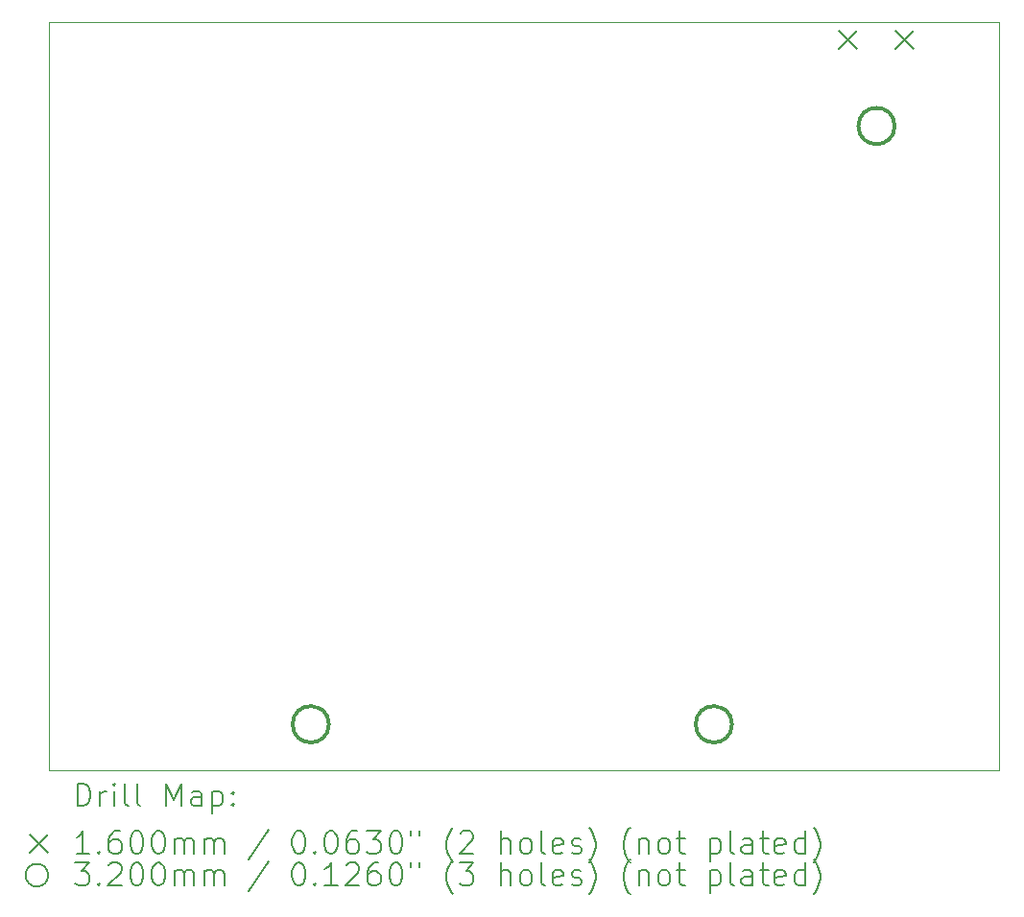
<source format=gbr>
%TF.GenerationSoftware,KiCad,Pcbnew,(6.0.7)*%
%TF.CreationDate,2022-08-13T21:25:03+02:00*%
%TF.ProjectId,SD_interrupter,53445f69-6e74-4657-9272-75707465722e,rev?*%
%TF.SameCoordinates,Original*%
%TF.FileFunction,Drillmap*%
%TF.FilePolarity,Positive*%
%FSLAX45Y45*%
G04 Gerber Fmt 4.5, Leading zero omitted, Abs format (unit mm)*
G04 Created by KiCad (PCBNEW (6.0.7)) date 2022-08-13 21:25:03*
%MOMM*%
%LPD*%
G01*
G04 APERTURE LIST*
%ADD10C,0.100000*%
%ADD11C,0.200000*%
%ADD12C,0.160000*%
%ADD13C,0.320000*%
G04 APERTURE END LIST*
D10*
X2159000Y-2514600D02*
X10541000Y-2514600D01*
X10541000Y-2514600D02*
X10541000Y-9118600D01*
X10541000Y-9118600D02*
X2159000Y-9118600D01*
X2159000Y-9118600D02*
X2159000Y-2514600D01*
D11*
D12*
X9131763Y-2591000D02*
X9291763Y-2751000D01*
X9291763Y-2591000D02*
X9131763Y-2751000D01*
X9631763Y-2591000D02*
X9791763Y-2751000D01*
X9791763Y-2591000D02*
X9631763Y-2751000D01*
D13*
X4630400Y-8712200D02*
G75*
G03*
X4630400Y-8712200I-160000J0D01*
G01*
X8186400Y-8712200D02*
G75*
G03*
X8186400Y-8712200I-160000J0D01*
G01*
X9621763Y-3431000D02*
G75*
G03*
X9621763Y-3431000I-160000J0D01*
G01*
D11*
X2411619Y-9434076D02*
X2411619Y-9234076D01*
X2459238Y-9234076D01*
X2487810Y-9243600D01*
X2506857Y-9262648D01*
X2516381Y-9281695D01*
X2525905Y-9319790D01*
X2525905Y-9348362D01*
X2516381Y-9386457D01*
X2506857Y-9405505D01*
X2487810Y-9424552D01*
X2459238Y-9434076D01*
X2411619Y-9434076D01*
X2611619Y-9434076D02*
X2611619Y-9300743D01*
X2611619Y-9338838D02*
X2621143Y-9319790D01*
X2630667Y-9310267D01*
X2649714Y-9300743D01*
X2668762Y-9300743D01*
X2735429Y-9434076D02*
X2735429Y-9300743D01*
X2735429Y-9234076D02*
X2725905Y-9243600D01*
X2735429Y-9253124D01*
X2744952Y-9243600D01*
X2735429Y-9234076D01*
X2735429Y-9253124D01*
X2859238Y-9434076D02*
X2840190Y-9424552D01*
X2830667Y-9405505D01*
X2830667Y-9234076D01*
X2964000Y-9434076D02*
X2944952Y-9424552D01*
X2935428Y-9405505D01*
X2935428Y-9234076D01*
X3192571Y-9434076D02*
X3192571Y-9234076D01*
X3259238Y-9376933D01*
X3325905Y-9234076D01*
X3325905Y-9434076D01*
X3506857Y-9434076D02*
X3506857Y-9329314D01*
X3497333Y-9310267D01*
X3478286Y-9300743D01*
X3440190Y-9300743D01*
X3421143Y-9310267D01*
X3506857Y-9424552D02*
X3487809Y-9434076D01*
X3440190Y-9434076D01*
X3421143Y-9424552D01*
X3411619Y-9405505D01*
X3411619Y-9386457D01*
X3421143Y-9367410D01*
X3440190Y-9357886D01*
X3487809Y-9357886D01*
X3506857Y-9348362D01*
X3602095Y-9300743D02*
X3602095Y-9500743D01*
X3602095Y-9310267D02*
X3621143Y-9300743D01*
X3659238Y-9300743D01*
X3678286Y-9310267D01*
X3687809Y-9319790D01*
X3697333Y-9338838D01*
X3697333Y-9395981D01*
X3687809Y-9415029D01*
X3678286Y-9424552D01*
X3659238Y-9434076D01*
X3621143Y-9434076D01*
X3602095Y-9424552D01*
X3783048Y-9415029D02*
X3792571Y-9424552D01*
X3783048Y-9434076D01*
X3773524Y-9424552D01*
X3783048Y-9415029D01*
X3783048Y-9434076D01*
X3783048Y-9310267D02*
X3792571Y-9319790D01*
X3783048Y-9329314D01*
X3773524Y-9319790D01*
X3783048Y-9310267D01*
X3783048Y-9329314D01*
D12*
X1994000Y-9683600D02*
X2154000Y-9843600D01*
X2154000Y-9683600D02*
X1994000Y-9843600D01*
D11*
X2516381Y-9854076D02*
X2402095Y-9854076D01*
X2459238Y-9854076D02*
X2459238Y-9654076D01*
X2440190Y-9682648D01*
X2421143Y-9701695D01*
X2402095Y-9711219D01*
X2602095Y-9835029D02*
X2611619Y-9844552D01*
X2602095Y-9854076D01*
X2592571Y-9844552D01*
X2602095Y-9835029D01*
X2602095Y-9854076D01*
X2783048Y-9654076D02*
X2744952Y-9654076D01*
X2725905Y-9663600D01*
X2716381Y-9673124D01*
X2697333Y-9701695D01*
X2687810Y-9739790D01*
X2687810Y-9815981D01*
X2697333Y-9835029D01*
X2706857Y-9844552D01*
X2725905Y-9854076D01*
X2764000Y-9854076D01*
X2783048Y-9844552D01*
X2792571Y-9835029D01*
X2802095Y-9815981D01*
X2802095Y-9768362D01*
X2792571Y-9749314D01*
X2783048Y-9739790D01*
X2764000Y-9730267D01*
X2725905Y-9730267D01*
X2706857Y-9739790D01*
X2697333Y-9749314D01*
X2687810Y-9768362D01*
X2925905Y-9654076D02*
X2944952Y-9654076D01*
X2964000Y-9663600D01*
X2973524Y-9673124D01*
X2983048Y-9692171D01*
X2992571Y-9730267D01*
X2992571Y-9777886D01*
X2983048Y-9815981D01*
X2973524Y-9835029D01*
X2964000Y-9844552D01*
X2944952Y-9854076D01*
X2925905Y-9854076D01*
X2906857Y-9844552D01*
X2897333Y-9835029D01*
X2887809Y-9815981D01*
X2878286Y-9777886D01*
X2878286Y-9730267D01*
X2887809Y-9692171D01*
X2897333Y-9673124D01*
X2906857Y-9663600D01*
X2925905Y-9654076D01*
X3116381Y-9654076D02*
X3135428Y-9654076D01*
X3154476Y-9663600D01*
X3164000Y-9673124D01*
X3173524Y-9692171D01*
X3183048Y-9730267D01*
X3183048Y-9777886D01*
X3173524Y-9815981D01*
X3164000Y-9835029D01*
X3154476Y-9844552D01*
X3135428Y-9854076D01*
X3116381Y-9854076D01*
X3097333Y-9844552D01*
X3087809Y-9835029D01*
X3078286Y-9815981D01*
X3068762Y-9777886D01*
X3068762Y-9730267D01*
X3078286Y-9692171D01*
X3087809Y-9673124D01*
X3097333Y-9663600D01*
X3116381Y-9654076D01*
X3268762Y-9854076D02*
X3268762Y-9720743D01*
X3268762Y-9739790D02*
X3278286Y-9730267D01*
X3297333Y-9720743D01*
X3325905Y-9720743D01*
X3344952Y-9730267D01*
X3354476Y-9749314D01*
X3354476Y-9854076D01*
X3354476Y-9749314D02*
X3364000Y-9730267D01*
X3383048Y-9720743D01*
X3411619Y-9720743D01*
X3430667Y-9730267D01*
X3440190Y-9749314D01*
X3440190Y-9854076D01*
X3535428Y-9854076D02*
X3535428Y-9720743D01*
X3535428Y-9739790D02*
X3544952Y-9730267D01*
X3564000Y-9720743D01*
X3592571Y-9720743D01*
X3611619Y-9730267D01*
X3621143Y-9749314D01*
X3621143Y-9854076D01*
X3621143Y-9749314D02*
X3630667Y-9730267D01*
X3649714Y-9720743D01*
X3678286Y-9720743D01*
X3697333Y-9730267D01*
X3706857Y-9749314D01*
X3706857Y-9854076D01*
X4097333Y-9644552D02*
X3925905Y-9901695D01*
X4354476Y-9654076D02*
X4373524Y-9654076D01*
X4392571Y-9663600D01*
X4402095Y-9673124D01*
X4411619Y-9692171D01*
X4421143Y-9730267D01*
X4421143Y-9777886D01*
X4411619Y-9815981D01*
X4402095Y-9835029D01*
X4392571Y-9844552D01*
X4373524Y-9854076D01*
X4354476Y-9854076D01*
X4335429Y-9844552D01*
X4325905Y-9835029D01*
X4316381Y-9815981D01*
X4306857Y-9777886D01*
X4306857Y-9730267D01*
X4316381Y-9692171D01*
X4325905Y-9673124D01*
X4335429Y-9663600D01*
X4354476Y-9654076D01*
X4506857Y-9835029D02*
X4516381Y-9844552D01*
X4506857Y-9854076D01*
X4497333Y-9844552D01*
X4506857Y-9835029D01*
X4506857Y-9854076D01*
X4640190Y-9654076D02*
X4659238Y-9654076D01*
X4678286Y-9663600D01*
X4687810Y-9673124D01*
X4697333Y-9692171D01*
X4706857Y-9730267D01*
X4706857Y-9777886D01*
X4697333Y-9815981D01*
X4687810Y-9835029D01*
X4678286Y-9844552D01*
X4659238Y-9854076D01*
X4640190Y-9854076D01*
X4621143Y-9844552D01*
X4611619Y-9835029D01*
X4602095Y-9815981D01*
X4592571Y-9777886D01*
X4592571Y-9730267D01*
X4602095Y-9692171D01*
X4611619Y-9673124D01*
X4621143Y-9663600D01*
X4640190Y-9654076D01*
X4878286Y-9654076D02*
X4840190Y-9654076D01*
X4821143Y-9663600D01*
X4811619Y-9673124D01*
X4792571Y-9701695D01*
X4783048Y-9739790D01*
X4783048Y-9815981D01*
X4792571Y-9835029D01*
X4802095Y-9844552D01*
X4821143Y-9854076D01*
X4859238Y-9854076D01*
X4878286Y-9844552D01*
X4887810Y-9835029D01*
X4897333Y-9815981D01*
X4897333Y-9768362D01*
X4887810Y-9749314D01*
X4878286Y-9739790D01*
X4859238Y-9730267D01*
X4821143Y-9730267D01*
X4802095Y-9739790D01*
X4792571Y-9749314D01*
X4783048Y-9768362D01*
X4964000Y-9654076D02*
X5087810Y-9654076D01*
X5021143Y-9730267D01*
X5049714Y-9730267D01*
X5068762Y-9739790D01*
X5078286Y-9749314D01*
X5087810Y-9768362D01*
X5087810Y-9815981D01*
X5078286Y-9835029D01*
X5068762Y-9844552D01*
X5049714Y-9854076D01*
X4992571Y-9854076D01*
X4973524Y-9844552D01*
X4964000Y-9835029D01*
X5211619Y-9654076D02*
X5230667Y-9654076D01*
X5249714Y-9663600D01*
X5259238Y-9673124D01*
X5268762Y-9692171D01*
X5278286Y-9730267D01*
X5278286Y-9777886D01*
X5268762Y-9815981D01*
X5259238Y-9835029D01*
X5249714Y-9844552D01*
X5230667Y-9854076D01*
X5211619Y-9854076D01*
X5192571Y-9844552D01*
X5183048Y-9835029D01*
X5173524Y-9815981D01*
X5164000Y-9777886D01*
X5164000Y-9730267D01*
X5173524Y-9692171D01*
X5183048Y-9673124D01*
X5192571Y-9663600D01*
X5211619Y-9654076D01*
X5354476Y-9654076D02*
X5354476Y-9692171D01*
X5430667Y-9654076D02*
X5430667Y-9692171D01*
X5725905Y-9930267D02*
X5716381Y-9920743D01*
X5697333Y-9892171D01*
X5687809Y-9873124D01*
X5678286Y-9844552D01*
X5668762Y-9796933D01*
X5668762Y-9758838D01*
X5678286Y-9711219D01*
X5687809Y-9682648D01*
X5697333Y-9663600D01*
X5716381Y-9635029D01*
X5725905Y-9625505D01*
X5792571Y-9673124D02*
X5802095Y-9663600D01*
X5821143Y-9654076D01*
X5868762Y-9654076D01*
X5887809Y-9663600D01*
X5897333Y-9673124D01*
X5906857Y-9692171D01*
X5906857Y-9711219D01*
X5897333Y-9739790D01*
X5783048Y-9854076D01*
X5906857Y-9854076D01*
X6144952Y-9854076D02*
X6144952Y-9654076D01*
X6230667Y-9854076D02*
X6230667Y-9749314D01*
X6221143Y-9730267D01*
X6202095Y-9720743D01*
X6173524Y-9720743D01*
X6154476Y-9730267D01*
X6144952Y-9739790D01*
X6354476Y-9854076D02*
X6335428Y-9844552D01*
X6325905Y-9835029D01*
X6316381Y-9815981D01*
X6316381Y-9758838D01*
X6325905Y-9739790D01*
X6335428Y-9730267D01*
X6354476Y-9720743D01*
X6383048Y-9720743D01*
X6402095Y-9730267D01*
X6411619Y-9739790D01*
X6421143Y-9758838D01*
X6421143Y-9815981D01*
X6411619Y-9835029D01*
X6402095Y-9844552D01*
X6383048Y-9854076D01*
X6354476Y-9854076D01*
X6535428Y-9854076D02*
X6516381Y-9844552D01*
X6506857Y-9825505D01*
X6506857Y-9654076D01*
X6687809Y-9844552D02*
X6668762Y-9854076D01*
X6630667Y-9854076D01*
X6611619Y-9844552D01*
X6602095Y-9825505D01*
X6602095Y-9749314D01*
X6611619Y-9730267D01*
X6630667Y-9720743D01*
X6668762Y-9720743D01*
X6687809Y-9730267D01*
X6697333Y-9749314D01*
X6697333Y-9768362D01*
X6602095Y-9787410D01*
X6773524Y-9844552D02*
X6792571Y-9854076D01*
X6830667Y-9854076D01*
X6849714Y-9844552D01*
X6859238Y-9825505D01*
X6859238Y-9815981D01*
X6849714Y-9796933D01*
X6830667Y-9787410D01*
X6802095Y-9787410D01*
X6783048Y-9777886D01*
X6773524Y-9758838D01*
X6773524Y-9749314D01*
X6783048Y-9730267D01*
X6802095Y-9720743D01*
X6830667Y-9720743D01*
X6849714Y-9730267D01*
X6925905Y-9930267D02*
X6935428Y-9920743D01*
X6954476Y-9892171D01*
X6964000Y-9873124D01*
X6973524Y-9844552D01*
X6983048Y-9796933D01*
X6983048Y-9758838D01*
X6973524Y-9711219D01*
X6964000Y-9682648D01*
X6954476Y-9663600D01*
X6935428Y-9635029D01*
X6925905Y-9625505D01*
X7287809Y-9930267D02*
X7278286Y-9920743D01*
X7259238Y-9892171D01*
X7249714Y-9873124D01*
X7240190Y-9844552D01*
X7230667Y-9796933D01*
X7230667Y-9758838D01*
X7240190Y-9711219D01*
X7249714Y-9682648D01*
X7259238Y-9663600D01*
X7278286Y-9635029D01*
X7287809Y-9625505D01*
X7364000Y-9720743D02*
X7364000Y-9854076D01*
X7364000Y-9739790D02*
X7373524Y-9730267D01*
X7392571Y-9720743D01*
X7421143Y-9720743D01*
X7440190Y-9730267D01*
X7449714Y-9749314D01*
X7449714Y-9854076D01*
X7573524Y-9854076D02*
X7554476Y-9844552D01*
X7544952Y-9835029D01*
X7535428Y-9815981D01*
X7535428Y-9758838D01*
X7544952Y-9739790D01*
X7554476Y-9730267D01*
X7573524Y-9720743D01*
X7602095Y-9720743D01*
X7621143Y-9730267D01*
X7630667Y-9739790D01*
X7640190Y-9758838D01*
X7640190Y-9815981D01*
X7630667Y-9835029D01*
X7621143Y-9844552D01*
X7602095Y-9854076D01*
X7573524Y-9854076D01*
X7697333Y-9720743D02*
X7773524Y-9720743D01*
X7725905Y-9654076D02*
X7725905Y-9825505D01*
X7735428Y-9844552D01*
X7754476Y-9854076D01*
X7773524Y-9854076D01*
X7992571Y-9720743D02*
X7992571Y-9920743D01*
X7992571Y-9730267D02*
X8011619Y-9720743D01*
X8049714Y-9720743D01*
X8068762Y-9730267D01*
X8078286Y-9739790D01*
X8087809Y-9758838D01*
X8087809Y-9815981D01*
X8078286Y-9835029D01*
X8068762Y-9844552D01*
X8049714Y-9854076D01*
X8011619Y-9854076D01*
X7992571Y-9844552D01*
X8202095Y-9854076D02*
X8183048Y-9844552D01*
X8173524Y-9825505D01*
X8173524Y-9654076D01*
X8364000Y-9854076D02*
X8364000Y-9749314D01*
X8354476Y-9730267D01*
X8335428Y-9720743D01*
X8297333Y-9720743D01*
X8278286Y-9730267D01*
X8364000Y-9844552D02*
X8344952Y-9854076D01*
X8297333Y-9854076D01*
X8278286Y-9844552D01*
X8268762Y-9825505D01*
X8268762Y-9806457D01*
X8278286Y-9787410D01*
X8297333Y-9777886D01*
X8344952Y-9777886D01*
X8364000Y-9768362D01*
X8430667Y-9720743D02*
X8506857Y-9720743D01*
X8459238Y-9654076D02*
X8459238Y-9825505D01*
X8468762Y-9844552D01*
X8487810Y-9854076D01*
X8506857Y-9854076D01*
X8649714Y-9844552D02*
X8630667Y-9854076D01*
X8592571Y-9854076D01*
X8573524Y-9844552D01*
X8564000Y-9825505D01*
X8564000Y-9749314D01*
X8573524Y-9730267D01*
X8592571Y-9720743D01*
X8630667Y-9720743D01*
X8649714Y-9730267D01*
X8659238Y-9749314D01*
X8659238Y-9768362D01*
X8564000Y-9787410D01*
X8830667Y-9854076D02*
X8830667Y-9654076D01*
X8830667Y-9844552D02*
X8811619Y-9854076D01*
X8773524Y-9854076D01*
X8754476Y-9844552D01*
X8744952Y-9835029D01*
X8735429Y-9815981D01*
X8735429Y-9758838D01*
X8744952Y-9739790D01*
X8754476Y-9730267D01*
X8773524Y-9720743D01*
X8811619Y-9720743D01*
X8830667Y-9730267D01*
X8906857Y-9930267D02*
X8916381Y-9920743D01*
X8935429Y-9892171D01*
X8944952Y-9873124D01*
X8954476Y-9844552D01*
X8964000Y-9796933D01*
X8964000Y-9758838D01*
X8954476Y-9711219D01*
X8944952Y-9682648D01*
X8935429Y-9663600D01*
X8916381Y-9635029D01*
X8906857Y-9625505D01*
X2154000Y-10043600D02*
G75*
G03*
X2154000Y-10043600I-100000J0D01*
G01*
X2392571Y-9934076D02*
X2516381Y-9934076D01*
X2449714Y-10010267D01*
X2478286Y-10010267D01*
X2497333Y-10019790D01*
X2506857Y-10029314D01*
X2516381Y-10048362D01*
X2516381Y-10095981D01*
X2506857Y-10115029D01*
X2497333Y-10124552D01*
X2478286Y-10134076D01*
X2421143Y-10134076D01*
X2402095Y-10124552D01*
X2392571Y-10115029D01*
X2602095Y-10115029D02*
X2611619Y-10124552D01*
X2602095Y-10134076D01*
X2592571Y-10124552D01*
X2602095Y-10115029D01*
X2602095Y-10134076D01*
X2687810Y-9953124D02*
X2697333Y-9943600D01*
X2716381Y-9934076D01*
X2764000Y-9934076D01*
X2783048Y-9943600D01*
X2792571Y-9953124D01*
X2802095Y-9972171D01*
X2802095Y-9991219D01*
X2792571Y-10019790D01*
X2678286Y-10134076D01*
X2802095Y-10134076D01*
X2925905Y-9934076D02*
X2944952Y-9934076D01*
X2964000Y-9943600D01*
X2973524Y-9953124D01*
X2983048Y-9972171D01*
X2992571Y-10010267D01*
X2992571Y-10057886D01*
X2983048Y-10095981D01*
X2973524Y-10115029D01*
X2964000Y-10124552D01*
X2944952Y-10134076D01*
X2925905Y-10134076D01*
X2906857Y-10124552D01*
X2897333Y-10115029D01*
X2887809Y-10095981D01*
X2878286Y-10057886D01*
X2878286Y-10010267D01*
X2887809Y-9972171D01*
X2897333Y-9953124D01*
X2906857Y-9943600D01*
X2925905Y-9934076D01*
X3116381Y-9934076D02*
X3135428Y-9934076D01*
X3154476Y-9943600D01*
X3164000Y-9953124D01*
X3173524Y-9972171D01*
X3183048Y-10010267D01*
X3183048Y-10057886D01*
X3173524Y-10095981D01*
X3164000Y-10115029D01*
X3154476Y-10124552D01*
X3135428Y-10134076D01*
X3116381Y-10134076D01*
X3097333Y-10124552D01*
X3087809Y-10115029D01*
X3078286Y-10095981D01*
X3068762Y-10057886D01*
X3068762Y-10010267D01*
X3078286Y-9972171D01*
X3087809Y-9953124D01*
X3097333Y-9943600D01*
X3116381Y-9934076D01*
X3268762Y-10134076D02*
X3268762Y-10000743D01*
X3268762Y-10019790D02*
X3278286Y-10010267D01*
X3297333Y-10000743D01*
X3325905Y-10000743D01*
X3344952Y-10010267D01*
X3354476Y-10029314D01*
X3354476Y-10134076D01*
X3354476Y-10029314D02*
X3364000Y-10010267D01*
X3383048Y-10000743D01*
X3411619Y-10000743D01*
X3430667Y-10010267D01*
X3440190Y-10029314D01*
X3440190Y-10134076D01*
X3535428Y-10134076D02*
X3535428Y-10000743D01*
X3535428Y-10019790D02*
X3544952Y-10010267D01*
X3564000Y-10000743D01*
X3592571Y-10000743D01*
X3611619Y-10010267D01*
X3621143Y-10029314D01*
X3621143Y-10134076D01*
X3621143Y-10029314D02*
X3630667Y-10010267D01*
X3649714Y-10000743D01*
X3678286Y-10000743D01*
X3697333Y-10010267D01*
X3706857Y-10029314D01*
X3706857Y-10134076D01*
X4097333Y-9924552D02*
X3925905Y-10181695D01*
X4354476Y-9934076D02*
X4373524Y-9934076D01*
X4392571Y-9943600D01*
X4402095Y-9953124D01*
X4411619Y-9972171D01*
X4421143Y-10010267D01*
X4421143Y-10057886D01*
X4411619Y-10095981D01*
X4402095Y-10115029D01*
X4392571Y-10124552D01*
X4373524Y-10134076D01*
X4354476Y-10134076D01*
X4335429Y-10124552D01*
X4325905Y-10115029D01*
X4316381Y-10095981D01*
X4306857Y-10057886D01*
X4306857Y-10010267D01*
X4316381Y-9972171D01*
X4325905Y-9953124D01*
X4335429Y-9943600D01*
X4354476Y-9934076D01*
X4506857Y-10115029D02*
X4516381Y-10124552D01*
X4506857Y-10134076D01*
X4497333Y-10124552D01*
X4506857Y-10115029D01*
X4506857Y-10134076D01*
X4706857Y-10134076D02*
X4592571Y-10134076D01*
X4649714Y-10134076D02*
X4649714Y-9934076D01*
X4630667Y-9962648D01*
X4611619Y-9981695D01*
X4592571Y-9991219D01*
X4783048Y-9953124D02*
X4792571Y-9943600D01*
X4811619Y-9934076D01*
X4859238Y-9934076D01*
X4878286Y-9943600D01*
X4887810Y-9953124D01*
X4897333Y-9972171D01*
X4897333Y-9991219D01*
X4887810Y-10019790D01*
X4773524Y-10134076D01*
X4897333Y-10134076D01*
X5068762Y-9934076D02*
X5030667Y-9934076D01*
X5011619Y-9943600D01*
X5002095Y-9953124D01*
X4983048Y-9981695D01*
X4973524Y-10019790D01*
X4973524Y-10095981D01*
X4983048Y-10115029D01*
X4992571Y-10124552D01*
X5011619Y-10134076D01*
X5049714Y-10134076D01*
X5068762Y-10124552D01*
X5078286Y-10115029D01*
X5087810Y-10095981D01*
X5087810Y-10048362D01*
X5078286Y-10029314D01*
X5068762Y-10019790D01*
X5049714Y-10010267D01*
X5011619Y-10010267D01*
X4992571Y-10019790D01*
X4983048Y-10029314D01*
X4973524Y-10048362D01*
X5211619Y-9934076D02*
X5230667Y-9934076D01*
X5249714Y-9943600D01*
X5259238Y-9953124D01*
X5268762Y-9972171D01*
X5278286Y-10010267D01*
X5278286Y-10057886D01*
X5268762Y-10095981D01*
X5259238Y-10115029D01*
X5249714Y-10124552D01*
X5230667Y-10134076D01*
X5211619Y-10134076D01*
X5192571Y-10124552D01*
X5183048Y-10115029D01*
X5173524Y-10095981D01*
X5164000Y-10057886D01*
X5164000Y-10010267D01*
X5173524Y-9972171D01*
X5183048Y-9953124D01*
X5192571Y-9943600D01*
X5211619Y-9934076D01*
X5354476Y-9934076D02*
X5354476Y-9972171D01*
X5430667Y-9934076D02*
X5430667Y-9972171D01*
X5725905Y-10210267D02*
X5716381Y-10200743D01*
X5697333Y-10172171D01*
X5687809Y-10153124D01*
X5678286Y-10124552D01*
X5668762Y-10076933D01*
X5668762Y-10038838D01*
X5678286Y-9991219D01*
X5687809Y-9962648D01*
X5697333Y-9943600D01*
X5716381Y-9915029D01*
X5725905Y-9905505D01*
X5783048Y-9934076D02*
X5906857Y-9934076D01*
X5840190Y-10010267D01*
X5868762Y-10010267D01*
X5887809Y-10019790D01*
X5897333Y-10029314D01*
X5906857Y-10048362D01*
X5906857Y-10095981D01*
X5897333Y-10115029D01*
X5887809Y-10124552D01*
X5868762Y-10134076D01*
X5811619Y-10134076D01*
X5792571Y-10124552D01*
X5783048Y-10115029D01*
X6144952Y-10134076D02*
X6144952Y-9934076D01*
X6230667Y-10134076D02*
X6230667Y-10029314D01*
X6221143Y-10010267D01*
X6202095Y-10000743D01*
X6173524Y-10000743D01*
X6154476Y-10010267D01*
X6144952Y-10019790D01*
X6354476Y-10134076D02*
X6335428Y-10124552D01*
X6325905Y-10115029D01*
X6316381Y-10095981D01*
X6316381Y-10038838D01*
X6325905Y-10019790D01*
X6335428Y-10010267D01*
X6354476Y-10000743D01*
X6383048Y-10000743D01*
X6402095Y-10010267D01*
X6411619Y-10019790D01*
X6421143Y-10038838D01*
X6421143Y-10095981D01*
X6411619Y-10115029D01*
X6402095Y-10124552D01*
X6383048Y-10134076D01*
X6354476Y-10134076D01*
X6535428Y-10134076D02*
X6516381Y-10124552D01*
X6506857Y-10105505D01*
X6506857Y-9934076D01*
X6687809Y-10124552D02*
X6668762Y-10134076D01*
X6630667Y-10134076D01*
X6611619Y-10124552D01*
X6602095Y-10105505D01*
X6602095Y-10029314D01*
X6611619Y-10010267D01*
X6630667Y-10000743D01*
X6668762Y-10000743D01*
X6687809Y-10010267D01*
X6697333Y-10029314D01*
X6697333Y-10048362D01*
X6602095Y-10067410D01*
X6773524Y-10124552D02*
X6792571Y-10134076D01*
X6830667Y-10134076D01*
X6849714Y-10124552D01*
X6859238Y-10105505D01*
X6859238Y-10095981D01*
X6849714Y-10076933D01*
X6830667Y-10067410D01*
X6802095Y-10067410D01*
X6783048Y-10057886D01*
X6773524Y-10038838D01*
X6773524Y-10029314D01*
X6783048Y-10010267D01*
X6802095Y-10000743D01*
X6830667Y-10000743D01*
X6849714Y-10010267D01*
X6925905Y-10210267D02*
X6935428Y-10200743D01*
X6954476Y-10172171D01*
X6964000Y-10153124D01*
X6973524Y-10124552D01*
X6983048Y-10076933D01*
X6983048Y-10038838D01*
X6973524Y-9991219D01*
X6964000Y-9962648D01*
X6954476Y-9943600D01*
X6935428Y-9915029D01*
X6925905Y-9905505D01*
X7287809Y-10210267D02*
X7278286Y-10200743D01*
X7259238Y-10172171D01*
X7249714Y-10153124D01*
X7240190Y-10124552D01*
X7230667Y-10076933D01*
X7230667Y-10038838D01*
X7240190Y-9991219D01*
X7249714Y-9962648D01*
X7259238Y-9943600D01*
X7278286Y-9915029D01*
X7287809Y-9905505D01*
X7364000Y-10000743D02*
X7364000Y-10134076D01*
X7364000Y-10019790D02*
X7373524Y-10010267D01*
X7392571Y-10000743D01*
X7421143Y-10000743D01*
X7440190Y-10010267D01*
X7449714Y-10029314D01*
X7449714Y-10134076D01*
X7573524Y-10134076D02*
X7554476Y-10124552D01*
X7544952Y-10115029D01*
X7535428Y-10095981D01*
X7535428Y-10038838D01*
X7544952Y-10019790D01*
X7554476Y-10010267D01*
X7573524Y-10000743D01*
X7602095Y-10000743D01*
X7621143Y-10010267D01*
X7630667Y-10019790D01*
X7640190Y-10038838D01*
X7640190Y-10095981D01*
X7630667Y-10115029D01*
X7621143Y-10124552D01*
X7602095Y-10134076D01*
X7573524Y-10134076D01*
X7697333Y-10000743D02*
X7773524Y-10000743D01*
X7725905Y-9934076D02*
X7725905Y-10105505D01*
X7735428Y-10124552D01*
X7754476Y-10134076D01*
X7773524Y-10134076D01*
X7992571Y-10000743D02*
X7992571Y-10200743D01*
X7992571Y-10010267D02*
X8011619Y-10000743D01*
X8049714Y-10000743D01*
X8068762Y-10010267D01*
X8078286Y-10019790D01*
X8087809Y-10038838D01*
X8087809Y-10095981D01*
X8078286Y-10115029D01*
X8068762Y-10124552D01*
X8049714Y-10134076D01*
X8011619Y-10134076D01*
X7992571Y-10124552D01*
X8202095Y-10134076D02*
X8183048Y-10124552D01*
X8173524Y-10105505D01*
X8173524Y-9934076D01*
X8364000Y-10134076D02*
X8364000Y-10029314D01*
X8354476Y-10010267D01*
X8335428Y-10000743D01*
X8297333Y-10000743D01*
X8278286Y-10010267D01*
X8364000Y-10124552D02*
X8344952Y-10134076D01*
X8297333Y-10134076D01*
X8278286Y-10124552D01*
X8268762Y-10105505D01*
X8268762Y-10086457D01*
X8278286Y-10067410D01*
X8297333Y-10057886D01*
X8344952Y-10057886D01*
X8364000Y-10048362D01*
X8430667Y-10000743D02*
X8506857Y-10000743D01*
X8459238Y-9934076D02*
X8459238Y-10105505D01*
X8468762Y-10124552D01*
X8487810Y-10134076D01*
X8506857Y-10134076D01*
X8649714Y-10124552D02*
X8630667Y-10134076D01*
X8592571Y-10134076D01*
X8573524Y-10124552D01*
X8564000Y-10105505D01*
X8564000Y-10029314D01*
X8573524Y-10010267D01*
X8592571Y-10000743D01*
X8630667Y-10000743D01*
X8649714Y-10010267D01*
X8659238Y-10029314D01*
X8659238Y-10048362D01*
X8564000Y-10067410D01*
X8830667Y-10134076D02*
X8830667Y-9934076D01*
X8830667Y-10124552D02*
X8811619Y-10134076D01*
X8773524Y-10134076D01*
X8754476Y-10124552D01*
X8744952Y-10115029D01*
X8735429Y-10095981D01*
X8735429Y-10038838D01*
X8744952Y-10019790D01*
X8754476Y-10010267D01*
X8773524Y-10000743D01*
X8811619Y-10000743D01*
X8830667Y-10010267D01*
X8906857Y-10210267D02*
X8916381Y-10200743D01*
X8935429Y-10172171D01*
X8944952Y-10153124D01*
X8954476Y-10124552D01*
X8964000Y-10076933D01*
X8964000Y-10038838D01*
X8954476Y-9991219D01*
X8944952Y-9962648D01*
X8935429Y-9943600D01*
X8916381Y-9915029D01*
X8906857Y-9905505D01*
M02*

</source>
